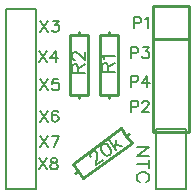
<source format=gto>
G04 Layer: TopSilkLayer*
G04 EasyEDA v6.4.17, 2021-02-26T18:21:57--8:00*
G04 8b8fbf476556458dbc2708442f6af73b,8aa2c519e6c9466aa65df0ec0365893d,10*
G04 Gerber Generator version 0.2*
G04 Scale: 100 percent, Rotated: No, Reflected: No *
G04 Dimensions in millimeters *
G04 leading zeros omitted , absolute positions ,4 integer and 5 decimal *
%FSLAX45Y45*%
%MOMM*%

%ADD10C,0.2540*%
%ADD15C,0.2032*%
%ADD16C,0.2030*%
%ADD17C,0.1524*%

%LPD*%
D15*
X2235200Y-1476247D02*
G01*
X2235200Y-1573276D01*
X2235200Y-1476247D02*
G01*
X2276855Y-1476247D01*
X2290571Y-1480820D01*
X2295144Y-1485392D01*
X2299970Y-1494789D01*
X2299970Y-1508505D01*
X2295144Y-1517650D01*
X2290571Y-1522476D01*
X2276855Y-1527047D01*
X2235200Y-1527047D01*
X2330450Y-1494789D02*
G01*
X2339594Y-1489963D01*
X2353310Y-1476247D01*
X2353310Y-1573276D01*
X2209800Y-1730250D02*
G01*
X2209800Y-1827278D01*
X2209800Y-1730250D02*
G01*
X2251455Y-1730250D01*
X2265171Y-1734822D01*
X2269744Y-1739394D01*
X2274570Y-1748792D01*
X2274570Y-1762508D01*
X2269744Y-1771652D01*
X2265171Y-1776478D01*
X2251455Y-1781050D01*
X2209800Y-1781050D01*
X2314194Y-1730250D02*
G01*
X2364994Y-1730250D01*
X2337307Y-1767080D01*
X2351023Y-1767080D01*
X2360421Y-1771652D01*
X2364994Y-1776478D01*
X2369565Y-1790194D01*
X2369565Y-1799592D01*
X2364994Y-1813308D01*
X2355850Y-1822452D01*
X2341879Y-1827278D01*
X2327910Y-1827278D01*
X2314194Y-1822452D01*
X2309621Y-1817880D01*
X2305050Y-1808736D01*
X2209800Y-1971550D02*
G01*
X2209800Y-2068578D01*
X2209800Y-1971550D02*
G01*
X2251455Y-1971550D01*
X2265171Y-1976122D01*
X2269744Y-1980694D01*
X2274570Y-1990092D01*
X2274570Y-2003808D01*
X2269744Y-2012952D01*
X2265171Y-2017778D01*
X2251455Y-2022350D01*
X2209800Y-2022350D01*
X2351023Y-1971550D02*
G01*
X2305050Y-2036066D01*
X2374137Y-2036066D01*
X2351023Y-1971550D02*
G01*
X2351023Y-2068578D01*
X2209802Y-2184400D02*
G01*
X2209802Y-2281428D01*
X2209802Y-2184400D02*
G01*
X2251458Y-2184400D01*
X2265174Y-2188971D01*
X2269746Y-2193544D01*
X2274572Y-2202942D01*
X2274572Y-2216657D01*
X2269746Y-2225802D01*
X2265174Y-2230628D01*
X2251458Y-2235200D01*
X2209802Y-2235200D01*
X2309624Y-2207513D02*
G01*
X2309624Y-2202942D01*
X2314196Y-2193544D01*
X2318768Y-2188971D01*
X2327912Y-2184400D01*
X2346454Y-2184400D01*
X2355852Y-2188971D01*
X2360424Y-2193544D01*
X2364996Y-2202942D01*
X2364996Y-2212086D01*
X2360424Y-2221229D01*
X2351026Y-2235200D01*
X2305052Y-2281428D01*
X2369568Y-2281428D01*
X1435100Y-2670050D02*
G01*
X1499870Y-2767078D01*
X1499870Y-2670050D02*
G01*
X1435100Y-2767078D01*
X1553210Y-2670050D02*
G01*
X1539494Y-2674622D01*
X1534921Y-2683766D01*
X1534921Y-2693164D01*
X1539494Y-2702308D01*
X1548637Y-2706880D01*
X1567179Y-2711452D01*
X1581150Y-2716278D01*
X1590294Y-2725422D01*
X1594865Y-2734566D01*
X1594865Y-2748536D01*
X1590294Y-2757680D01*
X1585721Y-2762252D01*
X1571752Y-2767078D01*
X1553210Y-2767078D01*
X1539494Y-2762252D01*
X1534921Y-2757680D01*
X1530350Y-2748536D01*
X1530350Y-2734566D01*
X1534921Y-2725422D01*
X1544065Y-2716278D01*
X1558036Y-2711452D01*
X1576323Y-2706880D01*
X1585721Y-2702308D01*
X1590294Y-2693164D01*
X1590294Y-2683766D01*
X1585721Y-2674622D01*
X1571752Y-2670050D01*
X1553210Y-2670050D01*
X1445513Y-2480815D02*
G01*
X1510284Y-2577843D01*
X1510284Y-2480815D02*
G01*
X1445513Y-2577843D01*
X1605279Y-2480815D02*
G01*
X1559052Y-2577843D01*
X1540763Y-2480815D02*
G01*
X1605279Y-2480815D01*
X1445513Y-2267965D02*
G01*
X1510284Y-2364994D01*
X1510284Y-2267965D02*
G01*
X1445513Y-2364994D01*
X1596136Y-2281681D02*
G01*
X1591563Y-2272537D01*
X1577594Y-2267965D01*
X1568450Y-2267965D01*
X1554479Y-2272537D01*
X1545336Y-2286507D01*
X1540763Y-2309368D01*
X1540763Y-2332481D01*
X1545336Y-2351023D01*
X1554479Y-2360168D01*
X1568450Y-2364994D01*
X1573021Y-2364994D01*
X1586737Y-2360168D01*
X1596136Y-2351023D01*
X1600707Y-2337307D01*
X1600707Y-2332481D01*
X1596136Y-2318765D01*
X1586737Y-2309368D01*
X1573021Y-2304795D01*
X1568450Y-2304795D01*
X1554479Y-2309368D01*
X1545336Y-2318765D01*
X1540763Y-2332481D01*
X1445513Y-2001265D02*
G01*
X1510284Y-2098294D01*
X1510284Y-2001265D02*
G01*
X1445513Y-2098294D01*
X1596136Y-2001265D02*
G01*
X1549907Y-2001265D01*
X1545336Y-2042668D01*
X1549907Y-2038095D01*
X1563623Y-2033523D01*
X1577594Y-2033523D01*
X1591563Y-2038095D01*
X1600707Y-2047494D01*
X1605279Y-2061210D01*
X1605279Y-2070607D01*
X1600707Y-2084323D01*
X1591563Y-2093468D01*
X1577594Y-2098294D01*
X1563623Y-2098294D01*
X1549907Y-2093468D01*
X1545336Y-2088895D01*
X1540763Y-2079752D01*
X1432813Y-1759965D02*
G01*
X1497584Y-1856994D01*
X1497584Y-1759965D02*
G01*
X1432813Y-1856994D01*
X1574037Y-1759965D02*
G01*
X1528063Y-1824481D01*
X1597152Y-1824481D01*
X1574037Y-1759965D02*
G01*
X1574037Y-1856994D01*
X1445513Y-1505965D02*
G01*
X1510284Y-1602994D01*
X1510284Y-1505965D02*
G01*
X1445513Y-1602994D01*
X1549907Y-1505965D02*
G01*
X1600707Y-1505965D01*
X1573021Y-1542795D01*
X1586737Y-1542795D01*
X1596136Y-1547368D01*
X1600707Y-1552194D01*
X1605279Y-1565910D01*
X1605279Y-1575307D01*
X1600707Y-1589023D01*
X1591563Y-1598168D01*
X1577594Y-1602994D01*
X1563623Y-1602994D01*
X1549907Y-1598168D01*
X1545336Y-1593595D01*
X1540763Y-1584452D01*
D17*
X1966211Y-1937763D02*
G01*
X2075177Y-1937763D01*
X1966211Y-1937763D02*
G01*
X1966211Y-1891027D01*
X1971291Y-1875533D01*
X1976371Y-1870199D01*
X1986785Y-1865119D01*
X1997199Y-1865119D01*
X2007613Y-1870199D01*
X2012947Y-1875533D01*
X2018027Y-1891027D01*
X2018027Y-1937763D01*
X2018027Y-1901441D02*
G01*
X2075177Y-1865119D01*
X1986785Y-1830829D02*
G01*
X1981705Y-1820415D01*
X1966211Y-1804667D01*
X2075177Y-1804667D01*
X1712211Y-1949452D02*
G01*
X1821177Y-1949452D01*
X1712211Y-1949452D02*
G01*
X1712211Y-1902716D01*
X1717291Y-1887222D01*
X1722371Y-1881888D01*
X1732785Y-1876808D01*
X1743199Y-1876808D01*
X1753613Y-1881888D01*
X1758947Y-1887222D01*
X1764027Y-1902716D01*
X1764027Y-1949452D01*
X1764027Y-1913130D02*
G01*
X1821177Y-1876808D01*
X1738119Y-1837184D02*
G01*
X1732785Y-1837184D01*
X1722371Y-1832104D01*
X1717291Y-1826770D01*
X1712211Y-1816356D01*
X1712211Y-1795782D01*
X1717291Y-1785368D01*
X1722371Y-1780034D01*
X1732785Y-1774954D01*
X1743199Y-1774954D01*
X1753613Y-1780034D01*
X1769361Y-1790448D01*
X1821177Y-1842518D01*
X1821177Y-1769620D01*
X1871842Y-2659504D02*
G01*
X1868705Y-2655188D01*
X1866902Y-2643626D01*
X1868025Y-2636532D01*
X1873463Y-2626301D01*
X1890313Y-2614058D01*
X1901725Y-2612049D01*
X1908820Y-2613172D01*
X1919257Y-2618460D01*
X1925380Y-2626885D01*
X1927184Y-2638447D01*
X1928220Y-2657160D01*
X1916554Y-2729684D01*
X1975319Y-2686987D01*
X1964291Y-2560312D02*
G01*
X1954740Y-2573530D01*
X1955424Y-2592184D01*
X1966485Y-2616487D01*
X1975594Y-2629019D01*
X1995136Y-2646847D01*
X2012820Y-2653464D01*
X2028337Y-2648465D01*
X2036762Y-2642344D01*
X2046315Y-2629131D01*
X2045484Y-2610269D01*
X2034570Y-2586174D01*
X2025464Y-2573639D01*
X2005769Y-2555608D01*
X1988238Y-2549194D01*
X1972716Y-2554193D01*
X1964291Y-2560312D01*
X2025733Y-2515674D02*
G01*
X2089779Y-2603827D01*
X2089002Y-2514602D02*
G01*
X2077539Y-2586977D01*
X2082147Y-2557886D02*
G01*
X2136015Y-2570236D01*
X2369565Y-2578100D02*
G01*
X2260600Y-2578100D01*
X2369565Y-2578100D02*
G01*
X2260600Y-2650744D01*
X2369565Y-2650744D02*
G01*
X2260600Y-2650744D01*
X2369565Y-2721610D02*
G01*
X2260600Y-2721610D01*
X2369565Y-2685034D02*
G01*
X2369565Y-2757931D01*
X2343657Y-2870200D02*
G01*
X2354071Y-2864865D01*
X2364486Y-2854452D01*
X2369565Y-2844037D01*
X2369565Y-2823210D01*
X2364486Y-2813050D01*
X2354071Y-2802636D01*
X2343657Y-2797302D01*
X2328163Y-2792221D01*
X2302255Y-2792221D01*
X2286507Y-2797302D01*
X2276094Y-2802636D01*
X2265679Y-2813050D01*
X2260600Y-2823210D01*
X2260600Y-2844037D01*
X2265679Y-2854452D01*
X2276094Y-2864865D01*
X2286507Y-2870200D01*
D15*
X1153413Y-2737868D02*
G01*
X1153413Y-2928368D01*
X1407413Y-2928368D01*
X1407413Y-1404368D01*
X1153413Y-1404368D01*
D16*
X1153413Y-1404368D02*
G01*
X1153413Y-2737868D01*
D10*
X1953513Y-2137918D02*
G01*
X1953513Y-1629918D01*
X1953513Y-1629918D02*
G01*
X2029713Y-1629918D01*
X2029713Y-1629918D02*
G01*
X2105913Y-1629918D01*
X2105913Y-1629918D02*
G01*
X2105913Y-2137918D01*
X2105913Y-2137918D02*
G01*
X2029713Y-2137918D01*
X2029713Y-2137918D02*
G01*
X1953513Y-2137918D01*
X2029713Y-1629918D02*
G01*
X2029713Y-1604518D01*
X2029713Y-2137918D02*
G01*
X2029713Y-2163318D01*
X1699513Y-2137918D02*
G01*
X1699513Y-1629918D01*
X1699513Y-1629918D02*
G01*
X1775713Y-1629918D01*
X1775713Y-1629918D02*
G01*
X1851913Y-1629918D01*
X1851913Y-1629918D02*
G01*
X1851913Y-2137918D01*
X1851913Y-2137918D02*
G01*
X1775713Y-2137918D01*
X1775713Y-2137918D02*
G01*
X1699513Y-2137918D01*
X1775713Y-1629918D02*
G01*
X1775713Y-1604518D01*
X1775713Y-2137918D02*
G01*
X1775713Y-2163318D01*
X1718221Y-2716552D02*
G01*
X2129200Y-2417955D01*
X2129200Y-2417955D02*
G01*
X2173988Y-2479601D01*
X2173988Y-2479601D02*
G01*
X2218778Y-2541247D01*
X2218778Y-2541247D02*
G01*
X1807799Y-2839844D01*
X1807799Y-2839844D02*
G01*
X1763011Y-2778198D01*
X1763011Y-2778198D02*
G01*
X1718221Y-2716552D01*
X2173988Y-2479601D02*
G01*
X2194539Y-2464671D01*
X1763011Y-2778198D02*
G01*
X1742460Y-2793128D01*
D15*
X2679700Y-2933700D02*
G01*
X2425700Y-2933700D01*
X2425700Y-2425700D01*
X2679700Y-2425700D01*
X2679700Y-2616200D01*
D16*
X2679700Y-2933700D02*
G01*
X2679700Y-2616200D01*
D10*
X2705100Y-1384300D02*
G01*
X2705100Y-2451100D01*
X2400300Y-2451100D01*
X2400300Y-1384300D01*
X2705100Y-1384300D01*
X2705100Y-1663700D02*
G01*
X2400300Y-1663700D01*
M02*

</source>
